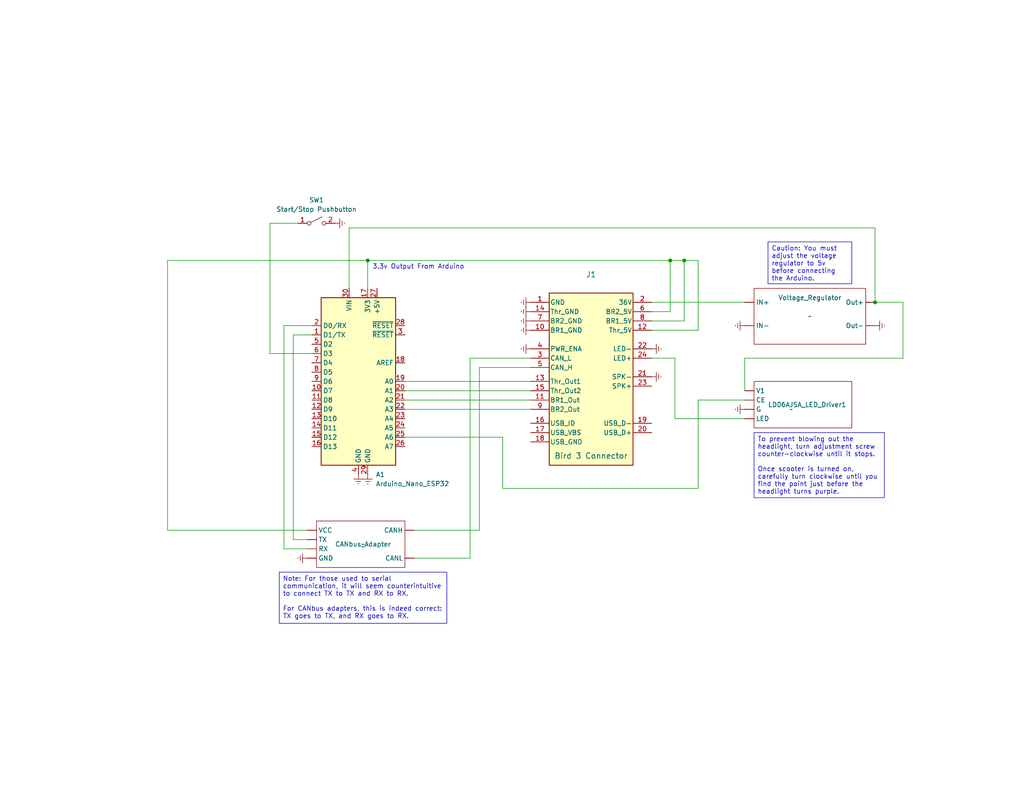
<source format=kicad_sch>
(kicad_sch (version 20230121) (generator eeschema)
  (paper "USLetter")
  (title_block (title "Bird 3 Protoboard Controller"))
  (lib_symbols
    (symbol "Bird3Controller:Bird 3 Connector" (pin_names (offset 0.254))
      (property "Reference" "J" (at 8.89 6.35 0))
      (property "Value" "Bird 3 Connector" (at 11.43 -44.45 0))
      (symbol "Bird 3 Connector_1_1"
        (rectangle (start 0 0) (end 22.86 -46.99) (stroke (width 0.254)) (fill (type background)))
        (pin passive line (at -5.08 -2.54 0) (length 5.08) (name "GND") (number "1"))
        (pin unspecified line (at -5.08 -10.16 0) (length 5.08) (name "BR1_GND") (number "10"))
        (pin output line (at -5.08 -29.21 0) (length 5.08) (name "BR1_Out") (number "11"))
        (pin power_in line (at 27.94 -10.16 180) (length 5.08) (name "Thr_5V") (number "12"))
        (pin output line (at -5.08 -24.13 0) (length 5.08) (name "Thr_Out1") (number "13"))
        (pin unspecified line (at -5.08 -5.08 0) (length 5.08) (name "Thr_GND") (number "14"))
        (pin output line (at -5.08 -26.67 0) (length 5.08) (name "Thr_Out2") (number "15"))
        (pin unspecified line (at -5.08 -35.56 0) (length 5.08) (name "USB_ID") (number "16"))
        (pin unspecified line (at -5.08 -38.1 0) (length 5.08) (name "USB_VBS") (number "17"))
        (pin unspecified line (at -5.08 -40.64 0) (length 5.08) (name "USB_GND") (number "18"))
        (pin unspecified line (at 27.94 -35.56 180) (length 5.08) (name "USB_D-") (number "19"))
        (pin power_out line (at 27.94 -2.54 180) (length 5.08) (name "36V") (number "2"))
        (pin unspecified line (at 27.94 -38.1 180) (length 5.08) (name "USB_D+") (number "20"))
        (pin unspecified line (at 27.94 -22.86 180) (length 5.08) (name "SPK-") (number "21"))
        (pin passive line (at 27.94 -15.24 180) (length 5.08) (name "LED-") (number "22"))
        (pin unspecified line (at 27.94 -25.4 180) (length 5.08) (name "SPK+") (number "23"))
        (pin power_out line (at 27.94 -17.78 180) (length 5.08) (name "LED+") (number "24"))
        (pin bidirectional line (at -5.08 -17.78 0) (length 5.08) (name "CAN_L") (number "3"))
        (pin input line (at -5.08 -15.24 0) (length 5.08) (name "PWR_ENA") (number "4"))
        (pin bidirectional line (at -5.08 -20.32 0) (length 5.08) (name "CAN_H") (number "5"))
        (pin power_in line (at 27.94 -5.08 180) (length 5.08) (name "BR2_5V") (number "6"))
        (pin unspecified line (at -5.08 -7.62 0) (length 5.08) (name "BR2_GND") (number "7"))
        (pin power_in line (at 27.94 -7.62 180) (length 5.08) (name "BR1_5V") (number "8"))
        (pin output line (at -5.08 -31.75 0) (length 5.08) (name "BR2_Out") (number "9"))
      )
      (symbol "Bird 3 Connector_1_2"
        (polyline (pts (xy 5.08 -60.96) (xy 12.7 -60.96)) (stroke (width 0.127)))
        (polyline (pts (xy 5.08 2.54) (xy 5.08 -60.96)) (stroke (width 0.127)))
        (polyline (pts (xy 7.62 -58.42) (xy 5.08 -58.42)) (stroke (width 0.127)))
        (polyline (pts (xy 7.62 -58.42) (xy 8.89 -59.2667)) (stroke (width 0.127)))
        (polyline (pts (xy 7.62 -58.42) (xy 8.89 -57.5733)) (stroke (width 0.127)))
        (polyline (pts (xy 7.62 -55.88) (xy 5.08 -55.88)) (stroke (width 0.127)))
        (polyline (pts (xy 7.62 -55.88) (xy 8.89 -56.7267)) (stroke (width 0.127)))
        (polyline (pts (xy 7.62 -55.88) (xy 8.89 -55.0333)) (stroke (width 0.127)))
        (polyline (pts (xy 7.62 -53.34) (xy 5.08 -53.34)) (stroke (width 0.127)))
        (polyline (pts (xy 7.62 -53.34) (xy 8.89 -54.1867)) (stroke (width 0.127)))
        (polyline (pts (xy 7.62 -53.34) (xy 8.89 -52.4933)) (stroke (width 0.127)))
        (polyline (pts (xy 7.62 -50.8) (xy 5.08 -50.8)) (stroke (width 0.127)))
        (polyline (pts (xy 7.62 -50.8) (xy 8.89 -51.6467)) (stroke (width 0.127)))
        (polyline (pts (xy 7.62 -50.8) (xy 8.89 -49.9533)) (stroke (width 0.127)))
        (polyline (pts (xy 7.62 -48.26) (xy 5.08 -48.26)) (stroke (width 0.127)))
        (polyline (pts (xy 7.62 -48.26) (xy 8.89 -49.1067)) (stroke (width 0.127)))
        (polyline (pts (xy 7.62 -48.26) (xy 8.89 -47.4133)) (stroke (width 0.127)))
        (polyline (pts (xy 7.62 -45.72) (xy 5.08 -45.72)) (stroke (width 0.127)))
        (polyline (pts (xy 7.62 -45.72) (xy 8.89 -46.5667)) (stroke (width 0.127)))
        (polyline (pts (xy 7.62 -45.72) (xy 8.89 -44.8733)) (stroke (width 0.127)))
        (polyline (pts (xy 7.62 -43.18) (xy 5.08 -43.18)) (stroke (width 0.127)))
        (polyline (pts (xy 7.62 -43.18) (xy 8.89 -44.0267)) (stroke (width 0.127)))
        (polyline (pts (xy 7.62 -43.18) (xy 8.89 -42.3333)) (stroke (width 0.127)))
        (polyline (pts (xy 7.62 -40.64) (xy 5.08 -40.64)) (stroke (width 0.127)))
        (polyline (pts (xy 7.62 -40.64) (xy 8.89 -41.4867)) (stroke (width 0.127)))
        (polyline (pts (xy 7.62 -40.64) (xy 8.89 -39.7933)) (stroke (width 0.127)))
        (polyline (pts (xy 7.62 -38.1) (xy 5.08 -38.1)) (stroke (width 0.127)))
        (polyline (pts (xy 7.62 -38.1) (xy 8.89 -38.9467)) (stroke (width 0.127)))
        (polyline (pts (xy 7.62 -38.1) (xy 8.89 -37.2533)) (stroke (width 0.127)))
        (polyline (pts (xy 7.62 -35.56) (xy 5.08 -35.56)) (stroke (width 0.127)))
        (polyline (pts (xy 7.62 -35.56) (xy 8.89 -36.4067)) (stroke (width 0.127)))
        (polyline (pts (xy 7.62 -35.56) (xy 8.89 -34.7133)) (stroke (width 0.127)))
        (polyline (pts (xy 7.62 -33.02) (xy 5.08 -33.02)) (stroke (width 0.127)))
        (polyline (pts (xy 7.62 -33.02) (xy 8.89 -33.8667)) (stroke (width 0.127)))
        (polyline (pts (xy 7.62 -33.02) (xy 8.89 -32.1733)) (stroke (width 0.127)))
        (polyline (pts (xy 7.62 -30.48) (xy 5.08 -30.48)) (stroke (width 0.127)))
        (polyline (pts (xy 7.62 -30.48) (xy 8.89 -31.3267)) (stroke (width 0.127)))
        (polyline (pts (xy 7.62 -30.48) (xy 8.89 -29.6333)) (stroke (width 0.127)))
        (polyline (pts (xy 7.62 -27.94) (xy 5.08 -27.94)) (stroke (width 0.127)))
        (polyline (pts (xy 7.62 -27.94) (xy 8.89 -28.7867)) (stroke (width 0.127)))
        (polyline (pts (xy 7.62 -27.94) (xy 8.89 -27.0933)) (stroke (width 0.127)))
        (polyline (pts (xy 7.62 -25.4) (xy 5.08 -25.4)) (stroke (width 0.127)))
        (polyline (pts (xy 7.62 -25.4) (xy 8.89 -26.2467)) (stroke (width 0.127)))
        (polyline (pts (xy 7.62 -25.4) (xy 8.89 -24.5533)) (stroke (width 0.127)))
        (polyline (pts (xy 7.62 -22.86) (xy 5.08 -22.86)) (stroke (width 0.127)))
        (polyline (pts (xy 7.62 -22.86) (xy 8.89 -23.7067)) (stroke (width 0.127)))
        (polyline (pts (xy 7.62 -22.86) (xy 8.89 -22.0133)) (stroke (width 0.127)))
        (polyline (pts (xy 7.62 -20.32) (xy 5.08 -20.32)) (stroke (width 0.127)))
        (polyline (pts (xy 7.62 -20.32) (xy 8.89 -21.1667)) (stroke (width 0.127)))
        (polyline (pts (xy 7.62 -20.32) (xy 8.89 -19.4733)) (stroke (width 0.127)))
        (polyline (pts (xy 7.62 -17.78) (xy 5.08 -17.78)) (stroke (width 0.127)))
        (polyline (pts (xy 7.62 -17.78) (xy 8.89 -18.6267)) (stroke (width 0.127)))
        (polyline (pts (xy 7.62 -17.78) (xy 8.89 -16.9333)) (stroke (width 0.127)))
        (polyline (pts (xy 7.62 -15.24) (xy 5.08 -15.24)) (stroke (width 0.127)))
        (polyline (pts (xy 7.62 -15.24) (xy 8.89 -16.0867)) (stroke (width 0.127)))
        (polyline (pts (xy 7.62 -15.24) (xy 8.89 -14.3933)) (stroke (width 0.127)))
        (polyline (pts (xy 7.62 -12.7) (xy 5.08 -12.7)) (stroke (width 0.127)))
        (polyline (pts (xy 7.62 -12.7) (xy 8.89 -13.5467)) (stroke (width 0.127)))
        (polyline (pts (xy 7.62 -12.7) (xy 8.89 -11.8533)) (stroke (width 0.127)))
        (polyline (pts (xy 7.62 -10.16) (xy 5.08 -10.16)) (stroke (width 0.127)))
        (polyline (pts (xy 7.62 -10.16) (xy 8.89 -11.0067)) (stroke (width 0.127)))
        (polyline (pts (xy 7.62 -10.16) (xy 8.89 -9.3133)) (stroke (width 0.127)))
        (polyline (pts (xy 7.62 -7.62) (xy 5.08 -7.62)) (stroke (width 0.127)))
        (polyline (pts (xy 7.62 -7.62) (xy 8.89 -8.4667)) (stroke (width 0.127)))
        (polyline (pts (xy 7.62 -7.62) (xy 8.89 -6.7733)) (stroke (width 0.127)))
        (polyline (pts (xy 7.62 -5.08) (xy 5.08 -5.08)) (stroke (width 0.127)))
        (polyline (pts (xy 7.62 -5.08) (xy 8.89 -5.9267)) (stroke (width 0.127)))
        (polyline (pts (xy 7.62 -5.08) (xy 8.89 -4.2333)) (stroke (width 0.127)))
        (polyline (pts (xy 7.62 -2.54) (xy 5.08 -2.54)) (stroke (width 0.127)))
        (polyline (pts (xy 7.62 -2.54) (xy 8.89 -3.3867)) (stroke (width 0.127)))
        (polyline (pts (xy 7.62 -2.54) (xy 8.89 -1.6933)) (stroke (width 0.127)))
        (polyline (pts (xy 7.62 0) (xy 5.08 0)) (stroke (width 0.127)))
        (polyline (pts (xy 7.62 0) (xy 8.89 -0.8467)) (stroke (width 0.127)))
        (polyline (pts (xy 7.62 0) (xy 8.89 0.8467)) (stroke (width 0.127)))
        (polyline (pts (xy 12.7 -60.96) (xy 12.7 2.54)) (stroke (width 0.127)))
        (polyline (pts (xy 12.7 2.54) (xy 5.08 2.54)) (stroke (width 0.127)))
      )
    )
    (symbol "Bird3Controller:Comimark_CAN_Bus_Module_Transceiver_TJA1050"
      (property "Reference" "CANbus_Adapter" (at 0 0 0))
      (symbol "Comimark_CAN_Bus_Module_Transceiver_TJA1050_0_1"
        (rectangle (start -12.7 6.35) (end 11.43 -6.35))
      )
      (symbol "Comimark_CAN_Bus_Module_Transceiver_TJA1050_1_1"
        (pin bidirectional line (at 13.97 3.81 180) (length 2.54) (name "CANH") (number ""))
        (pin bidirectional line (at 13.97 -3.81 180) (length 2.54) (name "CANL") (number ""))
        (pin power_in line (at -15.24 -3.81 0) (length 2.54) (name "GND") (number ""))
        (pin output line (at -15.24 -1.27 0) (length 2.54) (name "RX") (number ""))
        (pin input line (at -15.24 1.27 0) (length 2.54) (name "TX") (number ""))
        (pin power_in line (at -15.24 3.81 0) (length 2.54) (name "VCC") (number ""))
      )
    )
    (symbol "Bird3Controller:LED_Driver"
      (property "Reference" "LD06AJSA_LED_Driver" (at 1.27 0 0))
      (symbol "LED_Driver_0_1"
        (rectangle (start -12.7 6.35) (end 13.97 -6.35))
      )
      (symbol "LED_Driver_1_1"
        (pin input line (at -15.24 1.27 0) (length 2.54) (name "CE") (number ""))
        (pin power_in line (at -15.24 -1.27 0) (length 2.54) (name "G") (number ""))
        (pin power_out line (at -15.24 -3.81 0) (length 2.54) (name "LED") (number ""))
        (pin input line (at -15.24 3.81 0) (length 2.54) (name "V1") (number ""))
      )
    )
    (symbol "Bird3Controller:VoltageRegulator"
      (property "Reference" "Voltage_Regulator" (at 0 0 0))
      (symbol "VoltageRegulator_0_1"
        (rectangle (start -15.24 7.62) (end 15.24 -7.62))
      )
      (symbol "VoltageRegulator_1_1"
        (pin power_in line (at -17.78 3.81 0) (length 2.54) (name "IN+") (number ""))
        (pin power_in line (at -17.78 -2.54 0) (length 2.54) (name "IN-") (number ""))
        (pin power_in line (at 17.78 3.81 180) (length 2.54) (name "Out+") (number ""))
        (pin power_in line (at 17.78 -2.54 180) (length 2.54) (name "Out-") (number ""))
      )
    )
    (symbol "MCU_Module:Arduino_Nano_v3.x"
      (property "Reference" "A" (at -10.16 23.495 0))
      (property "Value" "Arduino_Nano_v3.x" (at 5.08 -24.13 0))
      (symbol "Arduino_Nano_v3.x_0_1"
        (rectangle (start -10.16 22.86) (end 10.16 -22.86) (stroke (width 0.254)) (fill (type background)))
      )
      (symbol "Arduino_Nano_v3.x_1_1"
        (pin bidirectional line (at -12.7 12.7 0) (length 2.54) (name "D1/TX") (number "1"))
        (pin bidirectional line (at -12.7 -2.54 0) (length 2.54) (name "D7") (number "10"))
        (pin bidirectional line (at -12.7 -5.08 0) (length 2.54) (name "D8") (number "11"))
        (pin bidirectional line (at -12.7 -7.62 0) (length 2.54) (name "D9") (number "12"))
        (pin bidirectional line (at -12.7 -10.16 0) (length 2.54) (name "D10") (number "13"))
        (pin bidirectional line (at -12.7 -12.7 0) (length 2.54) (name "D11") (number "14"))
        (pin bidirectional line (at -12.7 -15.24 0) (length 2.54) (name "D12") (number "15"))
        (pin bidirectional line (at -12.7 -17.78 0) (length 2.54) (name "D13") (number "16"))
        (pin power_out line (at 2.54 25.4 270) (length 2.54) (name "3V3") (number "17"))
        (pin input line (at 12.7 5.08 180) (length 2.54) (name "AREF") (number "18"))
        (pin bidirectional line (at 12.7 0 180) (length 2.54) (name "A0") (number "19"))
        (pin bidirectional line (at -12.7 15.24 0) (length 2.54) (name "D0/RX") (number "2"))
        (pin bidirectional line (at 12.7 -2.54 180) (length 2.54) (name "A1") (number "20"))
        (pin bidirectional line (at 12.7 -5.08 180) (length 2.54) (name "A2") (number "21"))
        (pin bidirectional line (at 12.7 -7.62 180) (length 2.54) (name "A3") (number "22"))
        (pin bidirectional line (at 12.7 -10.16 180) (length 2.54) (name "A4") (number "23"))
        (pin bidirectional line (at 12.7 -12.7 180) (length 2.54) (name "A5") (number "24"))
        (pin bidirectional line (at 12.7 -15.24 180) (length 2.54) (name "A6") (number "25"))
        (pin bidirectional line (at 12.7 -17.78 180) (length 2.54) (name "A7") (number "26"))
        (pin power_out line (at 5.08 25.4 270) (length 2.54) (name "+5V") (number "27"))
        (pin input line (at 12.7 15.24 180) (length 2.54) (name "~{RESET}") (number "28"))
        (pin power_in line (at 2.54 -25.4 90) (length 2.54) (name "GND") (number "29"))
        (pin input line (at 12.7 12.7 180) (length 2.54) (name "~{RESET}") (number "3"))
        (pin power_in line (at -2.54 25.4 270) (length 2.54) (name "VIN") (number "30"))
        (pin power_in line (at 0 -25.4 90) (length 2.54) (name "GND") (number "4"))
        (pin bidirectional line (at -12.7 10.16 0) (length 2.54) (name "D2") (number "5"))
        (pin bidirectional line (at -12.7 7.62 0) (length 2.54) (name "D3") (number "6"))
        (pin bidirectional line (at -12.7 5.08 0) (length 2.54) (name "D4") (number "7"))
        (pin bidirectional line (at -12.7 2.54 0) (length 2.54) (name "D5") (number "8"))
        (pin bidirectional line (at -12.7 0 0) (length 2.54) (name "D6") (number "9"))
      )
    )
    (symbol "Switch:SW_SPST" (pin_names (offset 0) hide)
      (property "Reference" "SW" (at 0 3.175 0))
      (property "Value" "SW_SPST" (at 0 -2.54 0))
      (symbol "SW_SPST_0_0"
        (circle (center -2.032 0) (radius 0.508))
        (polyline (pts (xy -1.524 0.254) (xy 1.524 1.778)))
        (circle (center 2.032 0) (radius 0.508))
      )
      (symbol "SW_SPST_1_1"
        (pin passive line (at -5.08 0 0) (length 2.54) (name "A") (number "1"))
        (pin passive line (at 5.08 0 180) (length 2.54) (name "B") (number "2"))
      )
    )
    (symbol "power:Earth" (power) (pin_names (offset 0))
      (symbol "Earth_0_1"
        (polyline (pts (xy -0.635 -1.905) (xy 0.635 -1.905)))
        (polyline (pts (xy -0.127 -2.54) (xy 0.127 -2.54)))
        (polyline (pts (xy 0 -1.27) (xy 0 0)))
        (polyline (pts (xy 1.27 -1.27) (xy -1.27 -1.27)))
      )
      (symbol "Earth_1_1"
        (pin power_in line (at 0 0 270) (length 0) hide (name "Earth") (number "1"))
      )
    )
  )
  (junction (at 238.76 82.55))
  (junction (at 100.33 71.12))
  (junction (at 186.69 71.12))
  (junction (at 182.88 71.12))
  (wire (pts (xy 203.2 106.68) (xy 203.2 97.79)))
  (wire (pts (xy 110.49 104.14) (xy 144.78 104.14)))
  (wire (pts (xy 190.5 133.35) (xy 190.5 109.22)))
  (wire (pts (xy 203.2 97.79) (xy 246.38 97.79)))
  (wire (pts (xy 186.69 87.63) (xy 186.69 71.12)))
  (wire (pts (xy 45.72 71.12) (xy 45.72 144.78)))
  (wire (pts (xy 95.25 62.23) (xy 95.25 78.74)))
  (wire (pts (xy 182.88 71.12) (xy 186.69 71.12)))
  (wire (pts (xy 45.72 144.78) (xy 83.82 144.78)))
  (wire (pts (xy 137.16 119.38) (xy 137.16 133.35)))
  (wire (pts (xy 144.78 97.79) (xy 128.27 97.79)))
  (wire (pts (xy 177.8 82.55) (xy 203.2 82.55)))
  (wire (pts (xy 177.8 90.17) (xy 190.5 90.17)))
  (wire (pts (xy 100.33 71.12) (xy 182.88 71.12)))
  (wire (pts (xy 130.81 100.33) (xy 144.78 100.33)))
  (wire (pts (xy 246.38 97.79) (xy 246.38 82.55)))
  (wire (pts (xy 110.49 119.38) (xy 137.16 119.38)))
  (wire (pts (xy 130.81 144.78) (xy 113.03 144.78)))
  (wire (pts (xy 182.88 85.09) (xy 182.88 71.12)))
  (wire (pts (xy 73.66 60.96) (xy 81.28 60.96)))
  (wire (pts (xy 177.8 87.63) (xy 186.69 87.63)))
  (wire (pts (xy 85.09 91.44) (xy 80.01 91.44)))
  (wire (pts (xy 186.69 71.12) (xy 190.5 71.12)))
  (wire (pts (xy 238.76 82.55) (xy 238.76 62.23)))
  (wire (pts (xy 110.49 109.22) (xy 144.78 109.22)))
  (wire (pts (xy 80.01 91.44) (xy 80.01 147.32)))
  (wire (pts (xy 113.03 152.4) (xy 128.27 152.4)))
  (wire (pts (xy 83.82 149.86) (xy 77.47 149.86)))
  (wire (pts (xy 190.5 90.17) (xy 190.5 71.12)))
  (wire (pts (xy 77.47 149.86) (xy 77.47 88.9)))
  (wire (pts (xy 190.5 109.22) (xy 203.2 109.22)))
  (wire (pts (xy 238.76 62.23) (xy 95.25 62.23)))
  (wire (pts (xy 80.01 147.32) (xy 83.82 147.32)))
  (wire (pts (xy 177.8 85.09) (xy 182.88 85.09)))
  (wire (pts (xy 73.66 96.52) (xy 73.66 60.96)))
  (wire (pts (xy 110.49 106.68) (xy 144.78 106.68)))
  (wire (pts (xy 184.15 97.79) (xy 184.15 114.3)))
  (wire (pts (xy 77.47 88.9) (xy 85.09 88.9)))
  (wire (pts (xy 128.27 97.79) (xy 128.27 152.4)))
  (wire (pts (xy 184.15 114.3) (xy 203.2 114.3)))
  (wire (pts (xy 130.81 144.78) (xy 130.81 100.33)))
  (wire (pts (xy 137.16 133.35) (xy 190.5 133.35)))
  (wire (pts (xy 85.09 96.52) (xy 73.66 96.52)))
  (wire (pts (xy 177.8 97.79) (xy 184.15 97.79)))
  (wire (pts (xy 45.72 71.12) (xy 100.33 71.12)))
  (wire (pts (xy 110.49 111.76) (xy 144.78 111.76)))
  (wire (pts (xy 100.33 71.12) (xy 100.33 78.74)))
  (wire (pts (xy 246.38 82.55) (xy 238.76 82.55)))
  (text_box "Caution: You must adjust the voltage regulator to 5v before connecting the Arduino." (at 209.55 66.04 0) (size 22.86 11.43) (effects (font (size 1.27 1.27)) (justify left top)))
  (text_box "To prevent blowing out the headlight, turn adjustment screw counter-clockwise until it stops.\n\nOnce scooter is turned on, carefully turn clockwise until you find the point just before the headlight turns purple." (at 205.74 118.11 0) (size 35.56 17.78) (effects (font (size 1.27 1.27)) (justify left top)))
  (text_box "Note: For those used to serial communication, it will seem counterintuitive to connect TX to TX and RX to RX.\n\nFor CANbus adapters, this is indeed correct: TX goes to TX, and RX goes to RX." (at 76.2 156.21 0) (size 45.72 13.97) (effects (font (size 1.27 1.27)) (justify left top)))
  (text "3.3v Output From Arduino" (at 101.6 73.66 0) (effects (font (size 1.27 1.27)) (justify left bottom)))
  (symbol (lib_id "power:Earth") (at 83.82 152.4 270) (unit 1)
    (property "Reference" "#PWR012" (effects hide))
    (property "Value" "Earth" (effects hide))
  )
  (symbol (lib_id "Bird3Controller:Comimark_CAN_Bus_Module_Transceiver_TJA1050") (at 99.06 148.59 0) (unit 1)
    (property "Reference" "CANbus_Adapter" (at 99.06 148.59 0))
    (property "Value" "~" (at 99.06 148.59 0))
  )
  (symbol (lib_id "MCU_Module:Arduino_Nano_v3.x") (at 97.79 104.14 0) (unit 1)
    (property "Reference" "A1" (at 102.5241 129.54 0) (effects (justify left)))
    (property "Value" "Arduino_Nano_ESP32" (at 102.5241 132.08 0) (effects (justify left)))
    (property "Footprint" "Module:Arduino_Nano" (effects hide))
    (property "Datasheet" "http://www.mouser.com/pdfdocs/Gravitech_Arduino_Nano3_0.pdf" (effects hide))
  )
  (symbol (lib_id "power:Earth") (at 91.44 60.96 90) (unit 1)
    (property "Reference" "#PWR010" (effects hide))
    (property "Value" "Earth" (effects hide))
  )
  (symbol (lib_id "Bird3Controller:Bird 3 Connector") (at 149.86 80.01 0) (unit 1)
    (property "Reference" "J1" (at 161.29 74.93 0) (effects (font (size 1.524 1.524))))
    (property "Value" "Bird 3 Connector" (at 161.29 124.46 0) (effects (font (size 1.524 1.524))))
    (property "Footprint" "CONN_87832-2420_MOL" (effects hide))
    (property "Datasheet" "878322420" (effects hide))
  )
  (symbol (lib_id "power:Earth") (at 100.33 129.54 0) (unit 1)
    (property "Reference" "#PWR09" (effects hide))
    (property "Value" "Earth" (effects hide))
  )
  (symbol (lib_id "Switch:SW_SPST") (at 86.36 60.96 0) (unit 1)
    (property "Reference" "SW1" (at 86.36 54.61 0))
    (property "Value" "Start/Stop Pushbutton" (at 86.36 57.15 0))
  )
  (symbol (lib_id "Bird3Controller:LED_Driver") (at 218.44 110.49 0) (unit 1)
    (property "Reference" "LD06AJSA_LED_Driver1" (at 209.55 110.49 0) (effects (justify left)))
    (property "Value" "~" (at 215.9 111.76 0))
  )
  (symbol (lib_id "power:Earth") (at 177.8 102.87 90) (unit 1)
    (property "Reference" "#PWR07" (effects hide))
    (property "Value" "Earth" (effects hide))
  )
  (symbol (lib_id "power:Earth") (at 97.79 129.54 0) (unit 1)
    (property "Reference" "#PWR08" (effects hide))
    (property "Value" "Earth" (effects hide))
  )
  (symbol (lib_id "power:Earth") (at 144.78 85.09 270) (unit 1)
    (property "Reference" "#PWR01" (effects hide))
    (property "Value" "Earth" (effects hide))
  )
  (symbol (lib_id "power:Earth") (at 144.78 90.17 270) (unit 1)
    (property "Reference" "#PWR04" (effects hide))
    (property "Value" "Earth" (effects hide))
  )
  (symbol (lib_id "power:Earth") (at 177.8 95.25 90) (unit 1)
    (property "Reference" "#PWR06" (effects hide))
    (property "Value" "Earth" (effects hide))
  )
  (symbol (lib_id "power:Earth") (at 238.76 88.9 90) (unit 1)
    (property "Reference" "#PWR011" (effects hide))
    (property "Value" "Earth" (effects hide))
  )
  (symbol (lib_id "power:Earth") (at 144.78 95.25 270) (unit 1)
    (property "Reference" "#PWR05" (effects hide))
    (property "Value" "Earth" (effects hide))
  )
  (symbol (lib_id "power:Earth") (at 203.2 111.76 270) (unit 1)
    (property "Reference" "#PWR013" (effects hide))
    (property "Value" "Earth" (effects hide))
  )
  (symbol (lib_id "power:Earth") (at 144.78 82.55 270) (unit 1)
    (property "Reference" "#PWR02" (effects hide))
    (property "Value" "Earth" (effects hide))
  )
  (symbol (lib_id "Bird3Controller:VoltageRegulator") (at 220.98 86.36 0) (unit 1)
    (property "Reference" "Voltage_Regulator" (at 220.98 81.28 0))
    (property "Value" "~" (at 220.98 86.36 0))
  )
  (symbol (lib_id "power:Earth") (at 144.78 87.63 270) (unit 1)
    (property "Reference" "#PWR03" (effects hide))
    (property "Value" "Earth" (effects hide))
  )
  (symbol (lib_id "power:Earth") (at 203.2 88.9 270) (unit 1)
    (property "Reference" "#PWR014" (effects hide))
    (property "Value" "Earth" (effects hide))
  )
)
</source>
